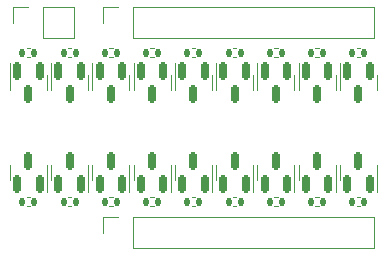
<source format=gbr>
%TF.GenerationSoftware,KiCad,Pcbnew,(6.0.9)*%
%TF.CreationDate,2024-05-18T22:59:34+02:00*%
%TF.ProjectId,Breadboard-byte-leds,42726561-6462-46f6-9172-642d62797465,rev?*%
%TF.SameCoordinates,Original*%
%TF.FileFunction,Legend,Bot*%
%TF.FilePolarity,Positive*%
%FSLAX46Y46*%
G04 Gerber Fmt 4.6, Leading zero omitted, Abs format (unit mm)*
G04 Created by KiCad (PCBNEW (6.0.9)) date 2024-05-18 22:59:34*
%MOMM*%
%LPD*%
G01*
G04 APERTURE LIST*
G04 Aperture macros list*
%AMRoundRect*
0 Rectangle with rounded corners*
0 $1 Rounding radius*
0 $2 $3 $4 $5 $6 $7 $8 $9 X,Y pos of 4 corners*
0 Add a 4 corners polygon primitive as box body*
4,1,4,$2,$3,$4,$5,$6,$7,$8,$9,$2,$3,0*
0 Add four circle primitives for the rounded corners*
1,1,$1+$1,$2,$3*
1,1,$1+$1,$4,$5*
1,1,$1+$1,$6,$7*
1,1,$1+$1,$8,$9*
0 Add four rect primitives between the rounded corners*
20,1,$1+$1,$2,$3,$4,$5,0*
20,1,$1+$1,$4,$5,$6,$7,0*
20,1,$1+$1,$6,$7,$8,$9,0*
20,1,$1+$1,$8,$9,$2,$3,0*%
G04 Aperture macros list end*
%ADD10C,0.120000*%
%ADD11R,1.700000X1.700000*%
%ADD12O,1.700000X1.700000*%
%ADD13RoundRect,0.135000X-0.135000X-0.185000X0.135000X-0.185000X0.135000X0.185000X-0.135000X0.185000X0*%
%ADD14RoundRect,0.135000X0.135000X0.185000X-0.135000X0.185000X-0.135000X-0.185000X0.135000X-0.185000X0*%
%ADD15RoundRect,0.150000X0.150000X-0.587500X0.150000X0.587500X-0.150000X0.587500X-0.150000X-0.587500X0*%
%ADD16RoundRect,0.150000X-0.150000X0.587500X-0.150000X-0.587500X0.150000X-0.587500X0.150000X0.587500X0*%
G04 APERTURE END LIST*
D10*
%TO.C,J2*%
X151130000Y-85030000D02*
X171510000Y-85030000D01*
X151130000Y-85030000D02*
X151130000Y-87690000D01*
X149860000Y-85030000D02*
X148530000Y-85030000D01*
X171510000Y-85030000D02*
X171510000Y-87690000D01*
X151130000Y-87690000D02*
X171510000Y-87690000D01*
X148530000Y-85030000D02*
X148530000Y-86360000D01*
%TO.C,R15*%
X159548859Y-71500000D02*
X159856141Y-71500000D01*
X159548859Y-70740000D02*
X159856141Y-70740000D01*
%TO.C,R30*%
X149378641Y-83376500D02*
X149071359Y-83376500D01*
X149378641Y-84136500D02*
X149071359Y-84136500D01*
%TO.C,Q14*%
X157770000Y-81280000D02*
X157770000Y-82955000D01*
X154650000Y-81280000D02*
X154650000Y-81930000D01*
X157770000Y-81280000D02*
X157770000Y-80630000D01*
X154650000Y-81280000D02*
X154650000Y-80630000D01*
%TO.C,R13*%
X152563859Y-71500000D02*
X152871141Y-71500000D01*
X152563859Y-70740000D02*
X152871141Y-70740000D01*
%TO.C,Q2*%
X147292500Y-73660000D02*
X147292500Y-74310000D01*
X144172500Y-73660000D02*
X144172500Y-74310000D01*
X147292500Y-73660000D02*
X147292500Y-73010000D01*
X144172500Y-73660000D02*
X144172500Y-71985000D01*
%TO.C,R10*%
X142086359Y-70740000D02*
X142393641Y-70740000D01*
X142086359Y-71500000D02*
X142393641Y-71500000D01*
%TO.C,Q12*%
X150785000Y-81280000D02*
X150785000Y-80630000D01*
X147665000Y-81280000D02*
X147665000Y-80630000D01*
X147665000Y-81280000D02*
X147665000Y-81930000D01*
X150785000Y-81280000D02*
X150785000Y-82955000D01*
%TO.C,R18*%
X170026359Y-71500000D02*
X170333641Y-71500000D01*
X170026359Y-70740000D02*
X170333641Y-70740000D01*
%TO.C,R34*%
X163348641Y-84136500D02*
X163041359Y-84136500D01*
X163348641Y-83376500D02*
X163041359Y-83376500D01*
%TO.C,Q16*%
X161635000Y-81280000D02*
X161635000Y-80630000D01*
X164755000Y-81280000D02*
X164755000Y-82955000D01*
X161635000Y-81280000D02*
X161635000Y-81930000D01*
X164755000Y-81280000D02*
X164755000Y-80630000D01*
%TO.C,R16*%
X163041359Y-70740000D02*
X163348641Y-70740000D01*
X163041359Y-71500000D02*
X163348641Y-71500000D01*
%TO.C,Q9*%
X168620000Y-73660000D02*
X168620000Y-71985000D01*
X171740000Y-73660000D02*
X171740000Y-73010000D01*
X171740000Y-73660000D02*
X171740000Y-74310000D01*
X168620000Y-73660000D02*
X168620000Y-74310000D01*
%TO.C,R14*%
X156056359Y-70740000D02*
X156363641Y-70740000D01*
X156056359Y-71500000D02*
X156363641Y-71500000D01*
%TO.C,Q5*%
X157770000Y-73660000D02*
X157770000Y-73010000D01*
X157770000Y-73660000D02*
X157770000Y-74310000D01*
X154650000Y-73660000D02*
X154650000Y-74310000D01*
X154650000Y-73660000D02*
X154650000Y-71985000D01*
%TO.C,R32*%
X156363641Y-84136500D02*
X156056359Y-84136500D01*
X156363641Y-83376500D02*
X156056359Y-83376500D01*
%TO.C,Q17*%
X165127500Y-81280000D02*
X165127500Y-81930000D01*
X168247500Y-81280000D02*
X168247500Y-80630000D01*
X168247500Y-81280000D02*
X168247500Y-82955000D01*
X165127500Y-81280000D02*
X165127500Y-80630000D01*
%TO.C,Q15*%
X158142500Y-81280000D02*
X158142500Y-81930000D01*
X161262500Y-81280000D02*
X161262500Y-82955000D01*
X161262500Y-81280000D02*
X161262500Y-80630000D01*
X158142500Y-81280000D02*
X158142500Y-80630000D01*
%TO.C,Q18*%
X168620000Y-81280000D02*
X168620000Y-81930000D01*
X171740000Y-81280000D02*
X171740000Y-80630000D01*
X168620000Y-81280000D02*
X168620000Y-80630000D01*
X171740000Y-81280000D02*
X171740000Y-82955000D01*
%TO.C,Q4*%
X154277500Y-73660000D02*
X154277500Y-74310000D01*
X154277500Y-73660000D02*
X154277500Y-73010000D01*
X151157500Y-73660000D02*
X151157500Y-71985000D01*
X151157500Y-73660000D02*
X151157500Y-74310000D01*
%TO.C,Q6*%
X161262500Y-73660000D02*
X161262500Y-74310000D01*
X161262500Y-73660000D02*
X161262500Y-73010000D01*
X158142500Y-73660000D02*
X158142500Y-74310000D01*
X158142500Y-73660000D02*
X158142500Y-71985000D01*
%TO.C,Q8*%
X168247500Y-73660000D02*
X168247500Y-73010000D01*
X165127500Y-73660000D02*
X165127500Y-74310000D01*
X168247500Y-73660000D02*
X168247500Y-74310000D01*
X165127500Y-73660000D02*
X165127500Y-71985000D01*
%TO.C,R28*%
X142393641Y-83376500D02*
X142086359Y-83376500D01*
X142393641Y-84136500D02*
X142086359Y-84136500D01*
%TO.C,Q11*%
X144172500Y-81280000D02*
X144172500Y-81930000D01*
X147292500Y-81280000D02*
X147292500Y-80630000D01*
X147292500Y-81280000D02*
X147292500Y-82955000D01*
X144172500Y-81280000D02*
X144172500Y-80630000D01*
%TO.C,R35*%
X166841141Y-83376500D02*
X166533859Y-83376500D01*
X166841141Y-84136500D02*
X166533859Y-84136500D01*
%TO.C,Q13*%
X151157500Y-81280000D02*
X151157500Y-80630000D01*
X154277500Y-81280000D02*
X154277500Y-80630000D01*
X154277500Y-81280000D02*
X154277500Y-82955000D01*
X151157500Y-81280000D02*
X151157500Y-81930000D01*
%TO.C,Q7*%
X164755000Y-73660000D02*
X164755000Y-73010000D01*
X161635000Y-73660000D02*
X161635000Y-74310000D01*
X164755000Y-73660000D02*
X164755000Y-74310000D01*
X161635000Y-73660000D02*
X161635000Y-71985000D01*
%TO.C,R36*%
X170333641Y-84136500D02*
X170026359Y-84136500D01*
X170333641Y-83376500D02*
X170026359Y-83376500D01*
%TO.C,R11*%
X145578859Y-70740000D02*
X145886141Y-70740000D01*
X145578859Y-71500000D02*
X145886141Y-71500000D01*
%TO.C,R31*%
X152871141Y-83376500D02*
X152563859Y-83376500D01*
X152871141Y-84136500D02*
X152563859Y-84136500D01*
%TO.C,Q3*%
X150785000Y-73660000D02*
X150785000Y-73010000D01*
X147665000Y-73660000D02*
X147665000Y-74310000D01*
X150785000Y-73660000D02*
X150785000Y-74310000D01*
X147665000Y-73660000D02*
X147665000Y-71985000D01*
%TO.C,J3*%
X143510000Y-67250000D02*
X143510000Y-69910000D01*
X142240000Y-67250000D02*
X140910000Y-67250000D01*
X140910000Y-67250000D02*
X140910000Y-68580000D01*
X143510000Y-67250000D02*
X146110000Y-67250000D01*
X146110000Y-67250000D02*
X146110000Y-69910000D01*
X143510000Y-69910000D02*
X146110000Y-69910000D01*
%TO.C,Q10*%
X140680000Y-81280000D02*
X140680000Y-81930000D01*
X143800000Y-81280000D02*
X143800000Y-80630000D01*
X140680000Y-81280000D02*
X140680000Y-80630000D01*
X143800000Y-81280000D02*
X143800000Y-82955000D01*
%TO.C,R33*%
X159856141Y-83376500D02*
X159548859Y-83376500D01*
X159856141Y-84136500D02*
X159548859Y-84136500D01*
%TO.C,J1*%
X151130000Y-67250000D02*
X171510000Y-67250000D01*
X151130000Y-69910000D02*
X171510000Y-69910000D01*
X148530000Y-67250000D02*
X148530000Y-68580000D01*
X149860000Y-67250000D02*
X148530000Y-67250000D01*
X151130000Y-67250000D02*
X151130000Y-69910000D01*
X171510000Y-67250000D02*
X171510000Y-69910000D01*
%TO.C,R12*%
X149071359Y-70740000D02*
X149378641Y-70740000D01*
X149071359Y-71500000D02*
X149378641Y-71500000D01*
%TO.C,R29*%
X145886141Y-83376500D02*
X145578859Y-83376500D01*
X145886141Y-84136500D02*
X145578859Y-84136500D01*
%TO.C,R17*%
X166533859Y-70740000D02*
X166841141Y-70740000D01*
X166533859Y-71500000D02*
X166841141Y-71500000D01*
%TO.C,Q1*%
X143800000Y-73660000D02*
X143800000Y-74310000D01*
X140680000Y-73660000D02*
X140680000Y-71985000D01*
X143800000Y-73660000D02*
X143800000Y-73010000D01*
X140680000Y-73660000D02*
X140680000Y-74310000D01*
%TD*%
%LPC*%
D11*
%TO.C,J2*%
X149860000Y-86360000D03*
D12*
X152400000Y-86360000D03*
X154940000Y-86360000D03*
X157480000Y-86360000D03*
X160020000Y-86360000D03*
X162560000Y-86360000D03*
X165100000Y-86360000D03*
X167640000Y-86360000D03*
X170180000Y-86360000D03*
%TD*%
D13*
%TO.C,R15*%
X159192500Y-71120000D03*
X160212500Y-71120000D03*
%TD*%
D14*
%TO.C,R30*%
X149735000Y-83756500D03*
X148715000Y-83756500D03*
%TD*%
D15*
%TO.C,Q14*%
X157160000Y-82217500D03*
X155260000Y-82217500D03*
X156210000Y-80342500D03*
%TD*%
D13*
%TO.C,R13*%
X152207500Y-71120000D03*
X153227500Y-71120000D03*
%TD*%
D16*
%TO.C,Q2*%
X144782500Y-72722500D03*
X146682500Y-72722500D03*
X145732500Y-74597500D03*
%TD*%
D13*
%TO.C,R10*%
X141730000Y-71120000D03*
X142750000Y-71120000D03*
%TD*%
D15*
%TO.C,Q12*%
X150175000Y-82217500D03*
X148275000Y-82217500D03*
X149225000Y-80342500D03*
%TD*%
D13*
%TO.C,R18*%
X169670000Y-71120000D03*
X170690000Y-71120000D03*
%TD*%
D14*
%TO.C,R34*%
X163705000Y-83756500D03*
X162685000Y-83756500D03*
%TD*%
D15*
%TO.C,Q16*%
X164145000Y-82217500D03*
X162245000Y-82217500D03*
X163195000Y-80342500D03*
%TD*%
D13*
%TO.C,R16*%
X162685000Y-71120000D03*
X163705000Y-71120000D03*
%TD*%
D16*
%TO.C,Q9*%
X169230000Y-72722500D03*
X171130000Y-72722500D03*
X170180000Y-74597500D03*
%TD*%
D13*
%TO.C,R14*%
X155700000Y-71120000D03*
X156720000Y-71120000D03*
%TD*%
D16*
%TO.C,Q5*%
X155260000Y-72722500D03*
X157160000Y-72722500D03*
X156210000Y-74597500D03*
%TD*%
D14*
%TO.C,R32*%
X156720000Y-83756500D03*
X155700000Y-83756500D03*
%TD*%
D15*
%TO.C,Q17*%
X167637500Y-82217500D03*
X165737500Y-82217500D03*
X166687500Y-80342500D03*
%TD*%
%TO.C,Q15*%
X160652500Y-82217500D03*
X158752500Y-82217500D03*
X159702500Y-80342500D03*
%TD*%
%TO.C,Q18*%
X171130000Y-82217500D03*
X169230000Y-82217500D03*
X170180000Y-80342500D03*
%TD*%
D16*
%TO.C,Q4*%
X151767500Y-72722500D03*
X153667500Y-72722500D03*
X152717500Y-74597500D03*
%TD*%
%TO.C,Q6*%
X158752500Y-72722500D03*
X160652500Y-72722500D03*
X159702500Y-74597500D03*
%TD*%
%TO.C,Q8*%
X165737500Y-72722500D03*
X167637500Y-72722500D03*
X166687500Y-74597500D03*
%TD*%
D14*
%TO.C,R28*%
X142750000Y-83756500D03*
X141730000Y-83756500D03*
%TD*%
D15*
%TO.C,Q11*%
X146682500Y-82217500D03*
X144782500Y-82217500D03*
X145732500Y-80342500D03*
%TD*%
D14*
%TO.C,R35*%
X167197500Y-83756500D03*
X166177500Y-83756500D03*
%TD*%
D15*
%TO.C,Q13*%
X153667500Y-82217500D03*
X151767500Y-82217500D03*
X152717500Y-80342500D03*
%TD*%
D16*
%TO.C,Q7*%
X162245000Y-72722500D03*
X164145000Y-72722500D03*
X163195000Y-74597500D03*
%TD*%
D14*
%TO.C,R36*%
X170690000Y-83756500D03*
X169670000Y-83756500D03*
%TD*%
D13*
%TO.C,R11*%
X145222500Y-71120000D03*
X146242500Y-71120000D03*
%TD*%
D14*
%TO.C,R31*%
X153227500Y-83756500D03*
X152207500Y-83756500D03*
%TD*%
D16*
%TO.C,Q3*%
X148275000Y-72722500D03*
X150175000Y-72722500D03*
X149225000Y-74597500D03*
%TD*%
D11*
%TO.C,J3*%
X142240000Y-68580000D03*
D12*
X144780000Y-68580000D03*
%TD*%
D15*
%TO.C,Q10*%
X143190000Y-82217500D03*
X141290000Y-82217500D03*
X142240000Y-80342500D03*
%TD*%
D14*
%TO.C,R33*%
X160212500Y-83756500D03*
X159192500Y-83756500D03*
%TD*%
D11*
%TO.C,J1*%
X149860000Y-68580000D03*
D12*
X152400000Y-68580000D03*
X154940000Y-68580000D03*
X157480000Y-68580000D03*
X160020000Y-68580000D03*
X162560000Y-68580000D03*
X165100000Y-68580000D03*
X167640000Y-68580000D03*
X170180000Y-68580000D03*
%TD*%
D13*
%TO.C,R12*%
X148715000Y-71120000D03*
X149735000Y-71120000D03*
%TD*%
D14*
%TO.C,R29*%
X146242500Y-83756500D03*
X145222500Y-83756500D03*
%TD*%
D13*
%TO.C,R17*%
X166177500Y-71120000D03*
X167197500Y-71120000D03*
%TD*%
D16*
%TO.C,Q1*%
X141290000Y-72722500D03*
X143190000Y-72722500D03*
X142240000Y-74597500D03*
%TD*%
M02*

</source>
